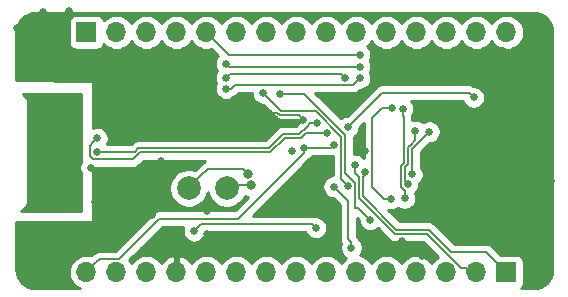
<source format=gbr>
G04 #@! TF.GenerationSoftware,KiCad,Pcbnew,(5.1.4)-1*
G04 #@! TF.CreationDate,2019-09-26T17:39:29-04:00*
G04 #@! TF.ProjectId,samd21-board,73616d64-3231-42d6-926f-6172642e6b69,rev?*
G04 #@! TF.SameCoordinates,Original*
G04 #@! TF.FileFunction,Copper,L2,Bot*
G04 #@! TF.FilePolarity,Positive*
%FSLAX46Y46*%
G04 Gerber Fmt 4.6, Leading zero omitted, Abs format (unit mm)*
G04 Created by KiCad (PCBNEW (5.1.4)-1) date 2019-09-26 17:39:29*
%MOMM*%
%LPD*%
G04 APERTURE LIST*
%ADD10C,2.000000*%
%ADD11O,1.700000X1.700000*%
%ADD12R,1.700000X1.700000*%
%ADD13C,0.660400*%
%ADD14C,0.800000*%
%ADD15C,0.152400*%
%ADD16C,0.254000*%
G04 APERTURE END LIST*
D10*
X72075040Y-90947240D03*
X68849240Y-90937080D03*
D11*
X95758000Y-77724000D03*
X93218000Y-77724000D03*
X90678000Y-77724000D03*
X88138000Y-77724000D03*
X85598000Y-77724000D03*
X83058000Y-77724000D03*
X80518000Y-77724000D03*
X77978000Y-77724000D03*
X75438000Y-77724000D03*
X72898000Y-77724000D03*
X70358000Y-77724000D03*
X67818000Y-77724000D03*
X65278000Y-77724000D03*
X62738000Y-77724000D03*
D12*
X60198000Y-77724000D03*
X95758000Y-98044000D03*
D11*
X93218000Y-98044000D03*
X90678000Y-98044000D03*
X88138000Y-98044000D03*
X85598000Y-98044000D03*
X83058000Y-98044000D03*
X80518000Y-98044000D03*
X77978000Y-98044000D03*
X75438000Y-98044000D03*
X72898000Y-98044000D03*
X70358000Y-98044000D03*
X67818000Y-98044000D03*
X65278000Y-98044000D03*
X62738000Y-98044000D03*
X60198000Y-98044000D03*
D13*
X69316600Y-94564200D03*
X79629000Y-94284800D03*
X54686200Y-96888300D03*
X83794600Y-87744300D03*
X78562200Y-85115400D03*
X71602600Y-85178900D03*
X73571100Y-85128100D03*
X67818000Y-96113600D03*
X66522600Y-90627200D03*
X66522600Y-88646000D03*
X63195200Y-82956400D03*
X63169800Y-85140800D03*
X64820800Y-84048600D03*
X67487800Y-84023200D03*
X67513200Y-85090000D03*
X80022000Y-91172600D03*
X60574400Y-89184000D03*
X70383400Y-92824300D03*
X70421500Y-94792800D03*
X67652900Y-86563200D03*
X90805000Y-91948000D03*
X88773000Y-91948000D03*
X65760600Y-93205300D03*
X93484700Y-92697300D03*
X86931500Y-95389700D03*
X97231200Y-80619600D03*
X97053400Y-88671400D03*
X81483200Y-96647000D03*
X87007700Y-96824800D03*
X84642960Y-82133440D03*
X77566520Y-87762080D03*
X67513200Y-82727800D03*
X75615800Y-84556600D03*
X87096600Y-81534000D03*
X89458800Y-79552800D03*
X98780600Y-83058000D03*
X98882200Y-86029800D03*
X98628200Y-91922600D03*
X97332800Y-95275400D03*
X72415400Y-83820000D03*
X64795400Y-80873600D03*
X95300800Y-84429600D03*
X98755200Y-77292200D03*
X99415600Y-95605600D03*
X94234000Y-90220800D03*
X89077800Y-81737200D03*
X87172800Y-79222600D03*
X84378800Y-96697800D03*
X66725800Y-95046800D03*
X64998600Y-96189800D03*
X92405200Y-95377000D03*
X88620600Y-96697800D03*
X96520000Y-90754200D03*
X98729800Y-98679000D03*
X58140600Y-96951800D03*
X61849000Y-95427800D03*
X56769000Y-98983800D03*
X84709000Y-80467200D03*
X95504000Y-79349600D03*
X62128400Y-89585800D03*
X62839600Y-91973400D03*
X61772800Y-93624400D03*
X60883800Y-92125800D03*
X70561200Y-91973400D03*
X63703200Y-93954600D03*
X56515000Y-96012000D03*
X60223400Y-95986600D03*
X70383400Y-96189800D03*
X99491800Y-90297000D03*
X94462600Y-76352400D03*
X91922600Y-76352400D03*
X89382600Y-76352400D03*
X86842600Y-76352400D03*
X84302600Y-76352400D03*
X81762600Y-76352400D03*
X79222600Y-76352400D03*
X76682600Y-76352400D03*
X74142600Y-76352400D03*
X71602600Y-76352400D03*
X69062600Y-76352400D03*
X66522600Y-76352400D03*
X63982600Y-76352400D03*
X78054200Y-91033600D03*
X80848200Y-89687400D03*
X78359000Y-89687400D03*
X56515000Y-76022200D03*
X70180200Y-80467200D03*
X69392800Y-81483200D03*
X69621400Y-86512400D03*
X58724800Y-75920600D03*
X54356000Y-77368400D03*
X56235600Y-77470000D03*
X62306200Y-79502000D03*
X58166000Y-79451200D03*
X60071000Y-79476600D03*
X58242200Y-77571600D03*
X81127600Y-90805000D03*
X82638900Y-95973900D03*
X75171300Y-82892900D03*
X82308700Y-90741500D03*
X84213700Y-93599000D03*
X76561950Y-82937350D03*
X86106000Y-84162900D03*
X85979000Y-91808300D03*
X86969600Y-84188300D03*
X87147400Y-91795600D03*
X88049100Y-86093300D03*
X87401400Y-90563700D03*
X89230200Y-86144100D03*
X87782400Y-89750900D03*
X83350100Y-80632300D03*
X72034400Y-80391000D03*
X72009000Y-82499200D03*
X83350100Y-81622900D03*
X83350100Y-79641700D03*
X72034400Y-81584800D03*
X82080100Y-81584800D03*
X83781900Y-89598500D03*
X82956400Y-88976200D03*
X61112400Y-86715600D03*
X80530700Y-86296500D03*
X79717900Y-85432900D03*
X61087000Y-87884000D03*
X81153000Y-87236300D03*
X78600300Y-87503000D03*
X92976700Y-83248500D03*
X82321400Y-85775800D03*
D14*
X73837800Y-89687400D03*
X74091800Y-90678000D03*
D13*
X56483400Y-87877800D03*
D15*
X79629000Y-94284800D02*
X79530599Y-94186399D01*
X79298801Y-93954601D02*
X79629000Y-94284800D01*
X69926199Y-93954601D02*
X79298801Y-93954601D01*
X69316600Y-94564200D02*
X69926199Y-93954601D01*
X87007700Y-95465900D02*
X86931500Y-95389700D01*
X87007700Y-96824800D02*
X87007700Y-95465900D01*
X78562200Y-85115400D02*
X78216110Y-84769310D01*
X78216110Y-84769310D02*
X76549327Y-84769310D01*
X76336617Y-84556600D02*
X75615800Y-84556600D01*
X76549327Y-84769310D02*
X76336617Y-84556600D01*
X82359500Y-92036900D02*
X81127600Y-90805000D01*
X82359500Y-95227527D02*
X82359500Y-92036900D01*
X82638900Y-95506927D02*
X82359500Y-95227527D01*
X82638900Y-95973900D02*
X82638900Y-95506927D01*
X76695300Y-84416900D02*
X75171300Y-82892900D01*
X79599374Y-84416900D02*
X76695300Y-84416900D01*
X81759401Y-86576927D02*
X81741437Y-86558963D01*
X81759401Y-90192201D02*
X81759401Y-86576927D01*
X82308700Y-90741500D02*
X81759401Y-90192201D01*
X81741437Y-86558963D02*
X79599374Y-84416900D01*
X76568300Y-82931000D02*
X78611857Y-82931000D01*
X82111811Y-86430955D02*
X82079528Y-86398672D01*
X82111811Y-89647137D02*
X82111811Y-86430955D01*
X78611857Y-82931000D02*
X82079528Y-86398672D01*
X84213700Y-93599000D02*
X83194501Y-92579801D01*
X83194501Y-92579801D02*
X82915101Y-92579801D01*
X82915101Y-92579801D02*
X82915101Y-90450427D01*
X82915101Y-90450427D02*
X82111811Y-89647137D01*
X85979000Y-84289900D02*
X86106000Y-84162900D01*
X85477302Y-84162900D02*
X86106000Y-84162900D01*
X85356700Y-91808300D02*
X84388301Y-90839901D01*
X85979000Y-91808300D02*
X85356700Y-91808300D01*
X84388301Y-90839901D02*
X84388301Y-89307427D01*
X84401001Y-89294727D02*
X84401001Y-84966199D01*
X84388301Y-89307427D02*
X84401001Y-89294727D01*
X85204300Y-84162900D02*
X85477302Y-84162900D01*
X84401001Y-84966199D02*
X85204300Y-84162900D01*
X87147400Y-91207174D02*
X86794999Y-90854773D01*
X87147400Y-91795600D02*
X87147400Y-91207174D01*
X86794999Y-90854773D02*
X86794999Y-89058818D01*
X86794999Y-89058818D02*
X87077580Y-88776238D01*
X87077580Y-88776238D02*
X87077580Y-84893180D01*
X86969600Y-84785200D02*
X86969600Y-84188300D01*
X87077580Y-84893180D02*
X86969600Y-84785200D01*
X87175999Y-89176201D02*
X87429990Y-88922210D01*
X87401400Y-90563700D02*
X87175999Y-90338299D01*
X87175999Y-90338299D02*
X87175999Y-89176201D01*
X87429990Y-87445927D02*
X87636428Y-87239490D01*
X87429990Y-88922210D02*
X87429990Y-87445927D01*
X88047559Y-86561814D02*
X88047559Y-86828359D01*
X88049100Y-86560273D02*
X88047559Y-86561814D01*
X88049100Y-86093300D02*
X88049100Y-86560273D01*
X87636428Y-87239490D02*
X88047559Y-86828359D01*
X87782400Y-87591900D02*
X89230200Y-86144100D01*
X87782400Y-89750900D02*
X87782400Y-87591900D01*
X72275700Y-80632300D02*
X72034400Y-80391000D01*
X83350100Y-80632300D02*
X72275700Y-80632300D01*
X83019901Y-81953099D02*
X83350100Y-81622900D01*
X82781799Y-82191201D02*
X83019901Y-81953099D01*
X72783972Y-82191201D02*
X82781799Y-82191201D01*
X72475973Y-82499200D02*
X72783972Y-82191201D01*
X72009000Y-82499200D02*
X72475973Y-82499200D01*
X72275700Y-79641700D02*
X70358000Y-77724000D01*
X83350100Y-79641700D02*
X72275700Y-79641700D01*
X81749901Y-81254601D02*
X82080100Y-81584800D01*
X72034400Y-81584800D02*
X72364599Y-81254601D01*
X72364599Y-81254601D02*
X81749901Y-81254601D01*
X83781900Y-89801700D02*
X83619921Y-89963679D01*
X83781900Y-89598500D02*
X83781900Y-89801700D01*
X83619921Y-89963679D02*
X83619921Y-91609365D01*
X95533753Y-97819754D02*
X95520745Y-98029271D01*
X83619921Y-91609365D02*
X86441445Y-94430889D01*
X89176172Y-94430889D02*
X89382609Y-94637327D01*
X86441445Y-94430889D02*
X89176172Y-94430889D01*
X89382609Y-94637327D02*
X91100182Y-96354900D01*
X94068900Y-96354900D02*
X95533753Y-97819754D01*
X91100182Y-96354900D02*
X94068900Y-96354900D01*
X92303600Y-97713800D02*
X92633800Y-98044000D01*
X92125800Y-97713800D02*
X92303600Y-97713800D01*
X92075000Y-97663000D02*
X92125800Y-97713800D01*
X91909900Y-97663000D02*
X92075000Y-97663000D01*
X89030199Y-94783299D02*
X91909900Y-97663000D01*
X83267511Y-91755337D02*
X86295473Y-94783299D01*
X92633800Y-98044000D02*
X93218000Y-98044000D01*
X86295473Y-94783299D02*
X89030199Y-94783299D01*
X82956400Y-89670474D02*
X83267511Y-89981585D01*
X83267511Y-89981585D02*
X83267511Y-91755337D01*
X82956400Y-88976200D02*
X82956400Y-89670474D01*
X78768482Y-86296500D02*
X78377973Y-86687010D01*
X60480599Y-87347401D02*
X60782201Y-87045799D01*
X60795927Y-88490401D02*
X60480599Y-88175073D01*
X64166681Y-88490401D02*
X60795927Y-88490401D01*
X64750872Y-87906210D02*
X64166681Y-88490401D01*
X75761773Y-87906210D02*
X64750872Y-87906210D01*
X60782201Y-87045799D02*
X61112400Y-86715600D01*
X76980972Y-86687010D02*
X75761773Y-87906210D01*
X60480599Y-88175073D02*
X60480599Y-87347401D01*
X78377973Y-86687010D02*
X76980972Y-86687010D01*
X80530700Y-86296500D02*
X78768482Y-86296500D01*
X79717900Y-85432900D02*
X79142174Y-85432900D01*
X64274700Y-87884000D02*
X64604900Y-87553800D01*
X61087000Y-87884000D02*
X64274700Y-87884000D01*
X78853273Y-85721801D02*
X78844799Y-85721801D01*
X79142174Y-85432900D02*
X78853273Y-85721801D01*
X78844799Y-85721801D02*
X78232000Y-86334600D01*
X76835000Y-86334600D02*
X75615800Y-87553800D01*
X78232000Y-86334600D02*
X76835000Y-86334600D01*
X64604900Y-87553800D02*
X75615800Y-87553800D01*
X80886300Y-87503000D02*
X81153000Y-87236300D01*
X78600300Y-87503000D02*
X80886300Y-87503000D01*
X92976700Y-83248500D02*
X92976700Y-83248500D01*
X61047999Y-97194001D02*
X60198000Y-98044000D01*
X61324201Y-96917799D02*
X61047999Y-97194001D01*
X62945575Y-96917799D02*
X61324201Y-96917799D01*
X66353274Y-93510100D02*
X62945575Y-96917799D01*
X73060173Y-93510100D02*
X66353274Y-93510100D01*
X78600300Y-87969973D02*
X73060173Y-93510100D01*
X78600300Y-87503000D02*
X78600300Y-87969973D01*
X92570300Y-82842100D02*
X92976700Y-83248500D01*
X82321400Y-85775800D02*
X85255100Y-82842100D01*
X85255100Y-82842100D02*
X92570300Y-82842100D01*
X69849239Y-89937081D02*
X68849240Y-90937080D01*
X70498919Y-89287401D02*
X69849239Y-89937081D01*
X73437801Y-89287401D02*
X70498919Y-89287401D01*
X73837800Y-89687400D02*
X73437801Y-89287401D01*
X72313800Y-91186000D02*
X72075040Y-90947240D01*
X72344280Y-90678000D02*
X72075040Y-90947240D01*
X74091800Y-90678000D02*
X72344280Y-90678000D01*
D16*
G36*
X70225438Y-88627159D02*
G01*
X70144555Y-88670392D01*
X70101886Y-88693199D01*
X70020727Y-88759804D01*
X70020723Y-88759808D01*
X69993592Y-88782074D01*
X69971326Y-88809205D01*
X69389416Y-89391117D01*
X69326152Y-89364912D01*
X69010273Y-89302080D01*
X68688207Y-89302080D01*
X68372328Y-89364912D01*
X68074777Y-89488162D01*
X67806988Y-89667093D01*
X67579253Y-89894828D01*
X67400322Y-90162617D01*
X67277072Y-90460168D01*
X67214240Y-90776047D01*
X67214240Y-91098113D01*
X67277072Y-91413992D01*
X67400322Y-91711543D01*
X67579253Y-91979332D01*
X67806988Y-92207067D01*
X68074777Y-92385998D01*
X68372328Y-92509248D01*
X68688207Y-92572080D01*
X69010273Y-92572080D01*
X69326152Y-92509248D01*
X69623703Y-92385998D01*
X69891492Y-92207067D01*
X70119227Y-91979332D01*
X70298158Y-91711543D01*
X70421408Y-91413992D01*
X70461130Y-91214298D01*
X70502872Y-91424152D01*
X70626122Y-91721703D01*
X70805053Y-91989492D01*
X71032788Y-92217227D01*
X71300577Y-92396158D01*
X71598128Y-92519408D01*
X71914007Y-92582240D01*
X72236073Y-92582240D01*
X72551952Y-92519408D01*
X72849503Y-92396158D01*
X73117292Y-92217227D01*
X73345027Y-91989492D01*
X73523958Y-91721703D01*
X73581816Y-91582023D01*
X73601544Y-91595205D01*
X73789902Y-91673226D01*
X73874443Y-91690042D01*
X72765586Y-92798900D01*
X66388199Y-92798900D01*
X66353273Y-92795460D01*
X66318347Y-92798900D01*
X66318338Y-92798900D01*
X66213854Y-92809191D01*
X66079793Y-92849858D01*
X65956241Y-92915898D01*
X65847947Y-93004773D01*
X65825677Y-93031909D01*
X62650988Y-96206599D01*
X61359129Y-96206599D01*
X61324201Y-96203159D01*
X61289272Y-96206599D01*
X61289265Y-96206599D01*
X61184781Y-96216890D01*
X61050719Y-96257557D01*
X60988944Y-96290577D01*
X60927168Y-96323597D01*
X60818874Y-96412472D01*
X60796603Y-96439609D01*
X60616947Y-96619266D01*
X60489111Y-96580487D01*
X60270950Y-96559000D01*
X60125050Y-96559000D01*
X59906889Y-96580487D01*
X59626966Y-96665401D01*
X59368986Y-96803294D01*
X59142866Y-96988866D01*
X58957294Y-97214986D01*
X58819401Y-97472966D01*
X58734487Y-97752889D01*
X58705815Y-98044000D01*
X58734487Y-98335111D01*
X58819401Y-98615034D01*
X58957294Y-98873014D01*
X59142866Y-99099134D01*
X59368986Y-99284706D01*
X59614620Y-99416000D01*
X55912279Y-99416000D01*
X55564791Y-99381928D01*
X55261583Y-99290384D01*
X54981937Y-99141693D01*
X54736495Y-98941516D01*
X54534608Y-98697476D01*
X54383969Y-98418875D01*
X54290310Y-98116313D01*
X54254000Y-97770842D01*
X54254000Y-93789500D01*
X60661550Y-93789500D01*
X60686326Y-93787060D01*
X60710151Y-93779833D01*
X60732107Y-93768097D01*
X60751353Y-93752303D01*
X60767147Y-93733057D01*
X60778883Y-93711101D01*
X60786110Y-93687276D01*
X60788548Y-93661808D01*
X60764257Y-89201922D01*
X60795926Y-89205041D01*
X60830852Y-89201601D01*
X64131755Y-89201601D01*
X64166681Y-89205041D01*
X64201607Y-89201601D01*
X64201617Y-89201601D01*
X64306101Y-89191310D01*
X64440162Y-89150643D01*
X64563714Y-89084603D01*
X64672008Y-88995728D01*
X64694282Y-88968587D01*
X65045460Y-88617410D01*
X70257576Y-88617410D01*
X70225438Y-88627159D01*
X70225438Y-88627159D01*
G37*
X70225438Y-88627159D02*
X70144555Y-88670392D01*
X70101886Y-88693199D01*
X70020727Y-88759804D01*
X70020723Y-88759808D01*
X69993592Y-88782074D01*
X69971326Y-88809205D01*
X69389416Y-89391117D01*
X69326152Y-89364912D01*
X69010273Y-89302080D01*
X68688207Y-89302080D01*
X68372328Y-89364912D01*
X68074777Y-89488162D01*
X67806988Y-89667093D01*
X67579253Y-89894828D01*
X67400322Y-90162617D01*
X67277072Y-90460168D01*
X67214240Y-90776047D01*
X67214240Y-91098113D01*
X67277072Y-91413992D01*
X67400322Y-91711543D01*
X67579253Y-91979332D01*
X67806988Y-92207067D01*
X68074777Y-92385998D01*
X68372328Y-92509248D01*
X68688207Y-92572080D01*
X69010273Y-92572080D01*
X69326152Y-92509248D01*
X69623703Y-92385998D01*
X69891492Y-92207067D01*
X70119227Y-91979332D01*
X70298158Y-91711543D01*
X70421408Y-91413992D01*
X70461130Y-91214298D01*
X70502872Y-91424152D01*
X70626122Y-91721703D01*
X70805053Y-91989492D01*
X71032788Y-92217227D01*
X71300577Y-92396158D01*
X71598128Y-92519408D01*
X71914007Y-92582240D01*
X72236073Y-92582240D01*
X72551952Y-92519408D01*
X72849503Y-92396158D01*
X73117292Y-92217227D01*
X73345027Y-91989492D01*
X73523958Y-91721703D01*
X73581816Y-91582023D01*
X73601544Y-91595205D01*
X73789902Y-91673226D01*
X73874443Y-91690042D01*
X72765586Y-92798900D01*
X66388199Y-92798900D01*
X66353273Y-92795460D01*
X66318347Y-92798900D01*
X66318338Y-92798900D01*
X66213854Y-92809191D01*
X66079793Y-92849858D01*
X65956241Y-92915898D01*
X65847947Y-93004773D01*
X65825677Y-93031909D01*
X62650988Y-96206599D01*
X61359129Y-96206599D01*
X61324201Y-96203159D01*
X61289272Y-96206599D01*
X61289265Y-96206599D01*
X61184781Y-96216890D01*
X61050719Y-96257557D01*
X60988944Y-96290577D01*
X60927168Y-96323597D01*
X60818874Y-96412472D01*
X60796603Y-96439609D01*
X60616947Y-96619266D01*
X60489111Y-96580487D01*
X60270950Y-96559000D01*
X60125050Y-96559000D01*
X59906889Y-96580487D01*
X59626966Y-96665401D01*
X59368986Y-96803294D01*
X59142866Y-96988866D01*
X58957294Y-97214986D01*
X58819401Y-97472966D01*
X58734487Y-97752889D01*
X58705815Y-98044000D01*
X58734487Y-98335111D01*
X58819401Y-98615034D01*
X58957294Y-98873014D01*
X59142866Y-99099134D01*
X59368986Y-99284706D01*
X59614620Y-99416000D01*
X55912279Y-99416000D01*
X55564791Y-99381928D01*
X55261583Y-99290384D01*
X54981937Y-99141693D01*
X54736495Y-98941516D01*
X54534608Y-98697476D01*
X54383969Y-98418875D01*
X54290310Y-98116313D01*
X54254000Y-97770842D01*
X54254000Y-93789500D01*
X60661550Y-93789500D01*
X60686326Y-93787060D01*
X60710151Y-93779833D01*
X60732107Y-93768097D01*
X60751353Y-93752303D01*
X60767147Y-93733057D01*
X60778883Y-93711101D01*
X60786110Y-93687276D01*
X60788548Y-93661808D01*
X60764257Y-89201922D01*
X60795926Y-89205041D01*
X60830852Y-89201601D01*
X64131755Y-89201601D01*
X64166681Y-89205041D01*
X64201607Y-89201601D01*
X64201617Y-89201601D01*
X64306101Y-89191310D01*
X64440162Y-89150643D01*
X64563714Y-89084603D01*
X64672008Y-88995728D01*
X64694282Y-88968587D01*
X65045460Y-88617410D01*
X70257576Y-88617410D01*
X70225438Y-88627159D01*
G36*
X98333810Y-76132072D02*
G01*
X98637013Y-76223614D01*
X98916664Y-76372307D01*
X99162105Y-76572484D01*
X99363991Y-76816521D01*
X99514631Y-77095125D01*
X99608290Y-77397688D01*
X99644601Y-77743167D01*
X99644600Y-97757721D01*
X99610528Y-98105209D01*
X99518984Y-98408417D01*
X99370293Y-98688063D01*
X99170116Y-98933505D01*
X98926076Y-99135392D01*
X98647475Y-99286031D01*
X98344913Y-99379690D01*
X97999442Y-99416000D01*
X96972896Y-99416000D01*
X97059185Y-99345185D01*
X97138537Y-99248494D01*
X97197502Y-99138180D01*
X97233812Y-99018482D01*
X97246072Y-98894000D01*
X97246072Y-97194000D01*
X97233812Y-97069518D01*
X97197502Y-96949820D01*
X97138537Y-96839506D01*
X97059185Y-96742815D01*
X96962494Y-96663463D01*
X96852180Y-96604498D01*
X96732482Y-96568188D01*
X96608000Y-96555928D01*
X95275716Y-96555928D01*
X94596497Y-95876709D01*
X94574227Y-95849573D01*
X94465933Y-95760698D01*
X94342381Y-95694658D01*
X94208320Y-95653991D01*
X94103836Y-95643700D01*
X94103826Y-95643700D01*
X94068900Y-95640260D01*
X94033972Y-95643700D01*
X91394770Y-95643700D01*
X89910212Y-94159143D01*
X89910208Y-94159138D01*
X89703769Y-93952698D01*
X89681499Y-93925562D01*
X89573205Y-93836687D01*
X89449653Y-93770647D01*
X89315592Y-93729980D01*
X89211108Y-93719689D01*
X89211099Y-93719689D01*
X89176173Y-93716249D01*
X89141245Y-93719689D01*
X86736034Y-93719689D01*
X85766481Y-92750137D01*
X85883936Y-92773500D01*
X86074064Y-92773500D01*
X86260538Y-92736408D01*
X86436194Y-92663649D01*
X86572703Y-92572436D01*
X86690206Y-92650949D01*
X86865862Y-92723708D01*
X87052336Y-92760800D01*
X87242464Y-92760800D01*
X87428938Y-92723708D01*
X87604594Y-92650949D01*
X87762679Y-92545320D01*
X87897120Y-92410879D01*
X88002749Y-92252794D01*
X88075508Y-92077138D01*
X88112600Y-91890664D01*
X88112600Y-91700536D01*
X88075508Y-91514062D01*
X88002749Y-91338406D01*
X87995507Y-91327567D01*
X88016679Y-91313420D01*
X88151120Y-91178979D01*
X88256749Y-91020894D01*
X88329508Y-90845238D01*
X88366600Y-90658764D01*
X88366600Y-90521386D01*
X88397679Y-90500620D01*
X88532120Y-90366179D01*
X88637749Y-90208094D01*
X88710508Y-90032438D01*
X88747600Y-89845964D01*
X88747600Y-89655836D01*
X88710508Y-89469362D01*
X88637749Y-89293706D01*
X88532120Y-89135621D01*
X88493600Y-89097101D01*
X88493600Y-87886487D01*
X89270788Y-87109300D01*
X89325264Y-87109300D01*
X89511738Y-87072208D01*
X89687394Y-86999449D01*
X89845479Y-86893820D01*
X89979920Y-86759379D01*
X90085549Y-86601294D01*
X90158308Y-86425638D01*
X90195400Y-86239164D01*
X90195400Y-86049036D01*
X90158308Y-85862562D01*
X90085549Y-85686906D01*
X89979920Y-85528821D01*
X89845479Y-85394380D01*
X89687394Y-85288751D01*
X89511738Y-85215992D01*
X89325264Y-85178900D01*
X89135136Y-85178900D01*
X88948662Y-85215992D01*
X88773006Y-85288751D01*
X88675021Y-85354222D01*
X88664379Y-85343580D01*
X88506294Y-85237951D01*
X88330638Y-85165192D01*
X88144164Y-85128100D01*
X87954036Y-85128100D01*
X87788780Y-85160971D01*
X87788780Y-84928108D01*
X87792220Y-84893180D01*
X87788780Y-84858252D01*
X87788780Y-84858244D01*
X87778489Y-84753760D01*
X87770408Y-84727120D01*
X87824949Y-84645494D01*
X87897708Y-84469838D01*
X87934800Y-84283364D01*
X87934800Y-84093236D01*
X87897708Y-83906762D01*
X87824949Y-83731106D01*
X87719320Y-83573021D01*
X87699599Y-83553300D01*
X92058227Y-83553300D01*
X92121351Y-83705694D01*
X92226980Y-83863779D01*
X92361421Y-83998220D01*
X92519506Y-84103849D01*
X92695162Y-84176608D01*
X92881636Y-84213700D01*
X93071764Y-84213700D01*
X93258238Y-84176608D01*
X93433894Y-84103849D01*
X93591979Y-83998220D01*
X93726420Y-83863779D01*
X93832049Y-83705694D01*
X93904808Y-83530038D01*
X93941900Y-83343564D01*
X93941900Y-83153436D01*
X93904808Y-82966962D01*
X93832049Y-82791306D01*
X93726420Y-82633221D01*
X93591979Y-82498780D01*
X93433894Y-82393151D01*
X93258238Y-82320392D01*
X93071764Y-82283300D01*
X93010470Y-82283300D01*
X92967333Y-82247898D01*
X92843781Y-82181858D01*
X92709720Y-82141191D01*
X92605236Y-82130900D01*
X92605226Y-82130900D01*
X92570300Y-82127460D01*
X92535374Y-82130900D01*
X85290025Y-82130900D01*
X85255099Y-82127460D01*
X85220173Y-82130900D01*
X85220164Y-82130900D01*
X85115680Y-82141191D01*
X84981619Y-82181858D01*
X84914635Y-82217662D01*
X84858067Y-82247898D01*
X84776908Y-82314503D01*
X84776904Y-82314507D01*
X84749773Y-82336773D01*
X84727507Y-82363904D01*
X82280813Y-84810600D01*
X82226336Y-84810600D01*
X82039862Y-84847692D01*
X81864206Y-84920451D01*
X81710079Y-85023435D01*
X79589045Y-82902401D01*
X82746873Y-82902401D01*
X82781799Y-82905841D01*
X82816725Y-82902401D01*
X82816735Y-82902401D01*
X82921219Y-82892110D01*
X83055280Y-82851443D01*
X83178832Y-82785403D01*
X83287126Y-82696528D01*
X83309401Y-82669386D01*
X83390687Y-82588100D01*
X83445164Y-82588100D01*
X83631638Y-82551008D01*
X83807294Y-82478249D01*
X83965379Y-82372620D01*
X84099820Y-82238179D01*
X84205449Y-82080094D01*
X84278208Y-81904438D01*
X84315300Y-81717964D01*
X84315300Y-81527836D01*
X84278208Y-81341362D01*
X84205449Y-81165706D01*
X84179987Y-81127600D01*
X84205449Y-81089494D01*
X84278208Y-80913838D01*
X84315300Y-80727364D01*
X84315300Y-80537236D01*
X84278208Y-80350762D01*
X84205449Y-80175106D01*
X84179987Y-80137000D01*
X84205449Y-80098894D01*
X84278208Y-79923238D01*
X84315300Y-79736764D01*
X84315300Y-79546636D01*
X84278208Y-79360162D01*
X84205449Y-79184506D01*
X84099820Y-79026421D01*
X83970000Y-78896601D01*
X84113134Y-78779134D01*
X84298706Y-78553014D01*
X84328000Y-78498209D01*
X84357294Y-78553014D01*
X84542866Y-78779134D01*
X84768986Y-78964706D01*
X85026966Y-79102599D01*
X85306889Y-79187513D01*
X85525050Y-79209000D01*
X85670950Y-79209000D01*
X85889111Y-79187513D01*
X86169034Y-79102599D01*
X86427014Y-78964706D01*
X86653134Y-78779134D01*
X86838706Y-78553014D01*
X86868000Y-78498209D01*
X86897294Y-78553014D01*
X87082866Y-78779134D01*
X87308986Y-78964706D01*
X87566966Y-79102599D01*
X87846889Y-79187513D01*
X88065050Y-79209000D01*
X88210950Y-79209000D01*
X88429111Y-79187513D01*
X88709034Y-79102599D01*
X88967014Y-78964706D01*
X89193134Y-78779134D01*
X89378706Y-78553014D01*
X89408000Y-78498209D01*
X89437294Y-78553014D01*
X89622866Y-78779134D01*
X89848986Y-78964706D01*
X90106966Y-79102599D01*
X90386889Y-79187513D01*
X90605050Y-79209000D01*
X90750950Y-79209000D01*
X90969111Y-79187513D01*
X91249034Y-79102599D01*
X91507014Y-78964706D01*
X91733134Y-78779134D01*
X91918706Y-78553014D01*
X91948000Y-78498209D01*
X91977294Y-78553014D01*
X92162866Y-78779134D01*
X92388986Y-78964706D01*
X92646966Y-79102599D01*
X92926889Y-79187513D01*
X93145050Y-79209000D01*
X93290950Y-79209000D01*
X93509111Y-79187513D01*
X93789034Y-79102599D01*
X94047014Y-78964706D01*
X94273134Y-78779134D01*
X94458706Y-78553014D01*
X94488000Y-78498209D01*
X94517294Y-78553014D01*
X94702866Y-78779134D01*
X94928986Y-78964706D01*
X95186966Y-79102599D01*
X95466889Y-79187513D01*
X95685050Y-79209000D01*
X95830950Y-79209000D01*
X96049111Y-79187513D01*
X96329034Y-79102599D01*
X96587014Y-78964706D01*
X96813134Y-78779134D01*
X96998706Y-78553014D01*
X97136599Y-78295034D01*
X97221513Y-78015111D01*
X97250185Y-77724000D01*
X97221513Y-77432889D01*
X97136599Y-77152966D01*
X96998706Y-76894986D01*
X96813134Y-76668866D01*
X96587014Y-76483294D01*
X96329034Y-76345401D01*
X96049111Y-76260487D01*
X95830950Y-76239000D01*
X95685050Y-76239000D01*
X95466889Y-76260487D01*
X95186966Y-76345401D01*
X94928986Y-76483294D01*
X94702866Y-76668866D01*
X94517294Y-76894986D01*
X94488000Y-76949791D01*
X94458706Y-76894986D01*
X94273134Y-76668866D01*
X94047014Y-76483294D01*
X93789034Y-76345401D01*
X93509111Y-76260487D01*
X93290950Y-76239000D01*
X93145050Y-76239000D01*
X92926889Y-76260487D01*
X92646966Y-76345401D01*
X92388986Y-76483294D01*
X92162866Y-76668866D01*
X91977294Y-76894986D01*
X91948000Y-76949791D01*
X91918706Y-76894986D01*
X91733134Y-76668866D01*
X91507014Y-76483294D01*
X91249034Y-76345401D01*
X90969111Y-76260487D01*
X90750950Y-76239000D01*
X90605050Y-76239000D01*
X90386889Y-76260487D01*
X90106966Y-76345401D01*
X89848986Y-76483294D01*
X89622866Y-76668866D01*
X89437294Y-76894986D01*
X89408000Y-76949791D01*
X89378706Y-76894986D01*
X89193134Y-76668866D01*
X88967014Y-76483294D01*
X88709034Y-76345401D01*
X88429111Y-76260487D01*
X88210950Y-76239000D01*
X88065050Y-76239000D01*
X87846889Y-76260487D01*
X87566966Y-76345401D01*
X87308986Y-76483294D01*
X87082866Y-76668866D01*
X86897294Y-76894986D01*
X86868000Y-76949791D01*
X86838706Y-76894986D01*
X86653134Y-76668866D01*
X86427014Y-76483294D01*
X86169034Y-76345401D01*
X85889111Y-76260487D01*
X85670950Y-76239000D01*
X85525050Y-76239000D01*
X85306889Y-76260487D01*
X85026966Y-76345401D01*
X84768986Y-76483294D01*
X84542866Y-76668866D01*
X84357294Y-76894986D01*
X84328000Y-76949791D01*
X84298706Y-76894986D01*
X84113134Y-76668866D01*
X83887014Y-76483294D01*
X83629034Y-76345401D01*
X83349111Y-76260487D01*
X83130950Y-76239000D01*
X82985050Y-76239000D01*
X82766889Y-76260487D01*
X82486966Y-76345401D01*
X82228986Y-76483294D01*
X82002866Y-76668866D01*
X81817294Y-76894986D01*
X81788000Y-76949791D01*
X81758706Y-76894986D01*
X81573134Y-76668866D01*
X81347014Y-76483294D01*
X81089034Y-76345401D01*
X80809111Y-76260487D01*
X80590950Y-76239000D01*
X80445050Y-76239000D01*
X80226889Y-76260487D01*
X79946966Y-76345401D01*
X79688986Y-76483294D01*
X79462866Y-76668866D01*
X79277294Y-76894986D01*
X79248000Y-76949791D01*
X79218706Y-76894986D01*
X79033134Y-76668866D01*
X78807014Y-76483294D01*
X78549034Y-76345401D01*
X78269111Y-76260487D01*
X78050950Y-76239000D01*
X77905050Y-76239000D01*
X77686889Y-76260487D01*
X77406966Y-76345401D01*
X77148986Y-76483294D01*
X76922866Y-76668866D01*
X76737294Y-76894986D01*
X76708000Y-76949791D01*
X76678706Y-76894986D01*
X76493134Y-76668866D01*
X76267014Y-76483294D01*
X76009034Y-76345401D01*
X75729111Y-76260487D01*
X75510950Y-76239000D01*
X75365050Y-76239000D01*
X75146889Y-76260487D01*
X74866966Y-76345401D01*
X74608986Y-76483294D01*
X74382866Y-76668866D01*
X74197294Y-76894986D01*
X74168000Y-76949791D01*
X74138706Y-76894986D01*
X73953134Y-76668866D01*
X73727014Y-76483294D01*
X73469034Y-76345401D01*
X73189111Y-76260487D01*
X72970950Y-76239000D01*
X72825050Y-76239000D01*
X72606889Y-76260487D01*
X72326966Y-76345401D01*
X72068986Y-76483294D01*
X71842866Y-76668866D01*
X71657294Y-76894986D01*
X71628000Y-76949791D01*
X71598706Y-76894986D01*
X71413134Y-76668866D01*
X71187014Y-76483294D01*
X70929034Y-76345401D01*
X70649111Y-76260487D01*
X70430950Y-76239000D01*
X70285050Y-76239000D01*
X70066889Y-76260487D01*
X69786966Y-76345401D01*
X69528986Y-76483294D01*
X69302866Y-76668866D01*
X69117294Y-76894986D01*
X69088000Y-76949791D01*
X69058706Y-76894986D01*
X68873134Y-76668866D01*
X68647014Y-76483294D01*
X68389034Y-76345401D01*
X68109111Y-76260487D01*
X67890950Y-76239000D01*
X67745050Y-76239000D01*
X67526889Y-76260487D01*
X67246966Y-76345401D01*
X66988986Y-76483294D01*
X66762866Y-76668866D01*
X66577294Y-76894986D01*
X66548000Y-76949791D01*
X66518706Y-76894986D01*
X66333134Y-76668866D01*
X66107014Y-76483294D01*
X65849034Y-76345401D01*
X65569111Y-76260487D01*
X65350950Y-76239000D01*
X65205050Y-76239000D01*
X64986889Y-76260487D01*
X64706966Y-76345401D01*
X64448986Y-76483294D01*
X64222866Y-76668866D01*
X64037294Y-76894986D01*
X64008000Y-76949791D01*
X63978706Y-76894986D01*
X63793134Y-76668866D01*
X63567014Y-76483294D01*
X63309034Y-76345401D01*
X63029111Y-76260487D01*
X62810950Y-76239000D01*
X62665050Y-76239000D01*
X62446889Y-76260487D01*
X62166966Y-76345401D01*
X61908986Y-76483294D01*
X61682866Y-76668866D01*
X61658393Y-76698687D01*
X61637502Y-76629820D01*
X61578537Y-76519506D01*
X61499185Y-76422815D01*
X61402494Y-76343463D01*
X61292180Y-76284498D01*
X61172482Y-76248188D01*
X61048000Y-76235928D01*
X59348000Y-76235928D01*
X59223518Y-76248188D01*
X59103820Y-76284498D01*
X58993506Y-76343463D01*
X58896815Y-76422815D01*
X58817463Y-76519506D01*
X58758498Y-76629820D01*
X58722188Y-76749518D01*
X58709928Y-76874000D01*
X58709928Y-78574000D01*
X58722188Y-78698482D01*
X58758498Y-78818180D01*
X58817463Y-78928494D01*
X58896815Y-79025185D01*
X58993506Y-79104537D01*
X59103820Y-79163502D01*
X59223518Y-79199812D01*
X59348000Y-79212072D01*
X61048000Y-79212072D01*
X61172482Y-79199812D01*
X61292180Y-79163502D01*
X61402494Y-79104537D01*
X61499185Y-79025185D01*
X61578537Y-78928494D01*
X61637502Y-78818180D01*
X61658393Y-78749313D01*
X61682866Y-78779134D01*
X61908986Y-78964706D01*
X62166966Y-79102599D01*
X62446889Y-79187513D01*
X62665050Y-79209000D01*
X62810950Y-79209000D01*
X63029111Y-79187513D01*
X63309034Y-79102599D01*
X63567014Y-78964706D01*
X63793134Y-78779134D01*
X63978706Y-78553014D01*
X64008000Y-78498209D01*
X64037294Y-78553014D01*
X64222866Y-78779134D01*
X64448986Y-78964706D01*
X64706966Y-79102599D01*
X64986889Y-79187513D01*
X65205050Y-79209000D01*
X65350950Y-79209000D01*
X65569111Y-79187513D01*
X65849034Y-79102599D01*
X66107014Y-78964706D01*
X66333134Y-78779134D01*
X66518706Y-78553014D01*
X66548000Y-78498209D01*
X66577294Y-78553014D01*
X66762866Y-78779134D01*
X66988986Y-78964706D01*
X67246966Y-79102599D01*
X67526889Y-79187513D01*
X67745050Y-79209000D01*
X67890950Y-79209000D01*
X68109111Y-79187513D01*
X68389034Y-79102599D01*
X68647014Y-78964706D01*
X68873134Y-78779134D01*
X69058706Y-78553014D01*
X69088000Y-78498209D01*
X69117294Y-78553014D01*
X69302866Y-78779134D01*
X69528986Y-78964706D01*
X69786966Y-79102599D01*
X70066889Y-79187513D01*
X70285050Y-79209000D01*
X70430950Y-79209000D01*
X70649111Y-79187513D01*
X70776946Y-79148734D01*
X71344306Y-79716095D01*
X71284680Y-79775721D01*
X71179051Y-79933806D01*
X71106292Y-80109462D01*
X71069200Y-80295936D01*
X71069200Y-80486064D01*
X71106292Y-80672538D01*
X71179051Y-80848194D01*
X71272400Y-80987900D01*
X71179051Y-81127606D01*
X71106292Y-81303262D01*
X71069200Y-81489736D01*
X71069200Y-81679864D01*
X71106292Y-81866338D01*
X71169334Y-82018535D01*
X71153651Y-82042006D01*
X71080892Y-82217662D01*
X71043800Y-82404136D01*
X71043800Y-82594264D01*
X71080892Y-82780738D01*
X71153651Y-82956394D01*
X71259280Y-83114479D01*
X71393721Y-83248920D01*
X71551806Y-83354549D01*
X71727462Y-83427308D01*
X71913936Y-83464400D01*
X72104064Y-83464400D01*
X72290538Y-83427308D01*
X72466194Y-83354549D01*
X72624279Y-83248920D01*
X72698213Y-83174986D01*
X72749454Y-83159442D01*
X72873006Y-83093402D01*
X72981300Y-83004527D01*
X73003574Y-82977386D01*
X73078559Y-82902401D01*
X74206100Y-82902401D01*
X74206100Y-82987964D01*
X74243192Y-83174438D01*
X74315951Y-83350094D01*
X74421580Y-83508179D01*
X74556021Y-83642620D01*
X74714106Y-83748249D01*
X74889762Y-83821008D01*
X75076236Y-83858100D01*
X75130712Y-83858100D01*
X76167707Y-84895096D01*
X76189973Y-84922227D01*
X76217104Y-84944493D01*
X76217108Y-84944497D01*
X76298266Y-85011102D01*
X76338485Y-85032599D01*
X76421819Y-85077142D01*
X76555880Y-85117809D01*
X76660364Y-85128100D01*
X76660381Y-85128100D01*
X76695299Y-85131539D01*
X76730217Y-85128100D01*
X78441187Y-85128100D01*
X78413872Y-85155415D01*
X78366608Y-85194203D01*
X78366603Y-85194208D01*
X78339472Y-85216474D01*
X78317206Y-85243605D01*
X77937412Y-85623400D01*
X76869925Y-85623400D01*
X76834999Y-85619960D01*
X76800073Y-85623400D01*
X76800064Y-85623400D01*
X76695580Y-85633691D01*
X76561519Y-85674358D01*
X76437967Y-85740398D01*
X76329673Y-85829273D01*
X76307403Y-85856409D01*
X75321213Y-86842600D01*
X64639825Y-86842600D01*
X64604899Y-86839160D01*
X64569973Y-86842600D01*
X64569964Y-86842600D01*
X64465480Y-86852891D01*
X64331419Y-86893558D01*
X64207867Y-86959598D01*
X64099573Y-87048473D01*
X64077302Y-87075610D01*
X63980112Y-87172800D01*
X61967745Y-87172800D01*
X61967749Y-87172794D01*
X62040508Y-86997138D01*
X62077600Y-86810664D01*
X62077600Y-86620536D01*
X62040508Y-86434062D01*
X61967749Y-86258406D01*
X61862120Y-86100321D01*
X61727679Y-85965880D01*
X61569594Y-85860251D01*
X61393938Y-85787492D01*
X61207464Y-85750400D01*
X61017336Y-85750400D01*
X60830862Y-85787492D01*
X60745851Y-85822705D01*
X60725048Y-82003208D01*
X60722473Y-81978445D01*
X60715116Y-81954661D01*
X60703261Y-81932768D01*
X60687362Y-81913610D01*
X60668031Y-81897921D01*
X60646011Y-81886304D01*
X60622148Y-81879207D01*
X60599439Y-81876908D01*
X54254000Y-81807496D01*
X54254000Y-77756279D01*
X54288072Y-77408790D01*
X54379614Y-77105587D01*
X54528307Y-76825936D01*
X54728484Y-76580495D01*
X54972521Y-76378609D01*
X55251125Y-76227969D01*
X55553688Y-76134310D01*
X55899158Y-76098000D01*
X97986321Y-76098000D01*
X98333810Y-76132072D01*
X98333810Y-76132072D01*
G37*
X98333810Y-76132072D02*
X98637013Y-76223614D01*
X98916664Y-76372307D01*
X99162105Y-76572484D01*
X99363991Y-76816521D01*
X99514631Y-77095125D01*
X99608290Y-77397688D01*
X99644601Y-77743167D01*
X99644600Y-97757721D01*
X99610528Y-98105209D01*
X99518984Y-98408417D01*
X99370293Y-98688063D01*
X99170116Y-98933505D01*
X98926076Y-99135392D01*
X98647475Y-99286031D01*
X98344913Y-99379690D01*
X97999442Y-99416000D01*
X96972896Y-99416000D01*
X97059185Y-99345185D01*
X97138537Y-99248494D01*
X97197502Y-99138180D01*
X97233812Y-99018482D01*
X97246072Y-98894000D01*
X97246072Y-97194000D01*
X97233812Y-97069518D01*
X97197502Y-96949820D01*
X97138537Y-96839506D01*
X97059185Y-96742815D01*
X96962494Y-96663463D01*
X96852180Y-96604498D01*
X96732482Y-96568188D01*
X96608000Y-96555928D01*
X95275716Y-96555928D01*
X94596497Y-95876709D01*
X94574227Y-95849573D01*
X94465933Y-95760698D01*
X94342381Y-95694658D01*
X94208320Y-95653991D01*
X94103836Y-95643700D01*
X94103826Y-95643700D01*
X94068900Y-95640260D01*
X94033972Y-95643700D01*
X91394770Y-95643700D01*
X89910212Y-94159143D01*
X89910208Y-94159138D01*
X89703769Y-93952698D01*
X89681499Y-93925562D01*
X89573205Y-93836687D01*
X89449653Y-93770647D01*
X89315592Y-93729980D01*
X89211108Y-93719689D01*
X89211099Y-93719689D01*
X89176173Y-93716249D01*
X89141245Y-93719689D01*
X86736034Y-93719689D01*
X85766481Y-92750137D01*
X85883936Y-92773500D01*
X86074064Y-92773500D01*
X86260538Y-92736408D01*
X86436194Y-92663649D01*
X86572703Y-92572436D01*
X86690206Y-92650949D01*
X86865862Y-92723708D01*
X87052336Y-92760800D01*
X87242464Y-92760800D01*
X87428938Y-92723708D01*
X87604594Y-92650949D01*
X87762679Y-92545320D01*
X87897120Y-92410879D01*
X88002749Y-92252794D01*
X88075508Y-92077138D01*
X88112600Y-91890664D01*
X88112600Y-91700536D01*
X88075508Y-91514062D01*
X88002749Y-91338406D01*
X87995507Y-91327567D01*
X88016679Y-91313420D01*
X88151120Y-91178979D01*
X88256749Y-91020894D01*
X88329508Y-90845238D01*
X88366600Y-90658764D01*
X88366600Y-90521386D01*
X88397679Y-90500620D01*
X88532120Y-90366179D01*
X88637749Y-90208094D01*
X88710508Y-90032438D01*
X88747600Y-89845964D01*
X88747600Y-89655836D01*
X88710508Y-89469362D01*
X88637749Y-89293706D01*
X88532120Y-89135621D01*
X88493600Y-89097101D01*
X88493600Y-87886487D01*
X89270788Y-87109300D01*
X89325264Y-87109300D01*
X89511738Y-87072208D01*
X89687394Y-86999449D01*
X89845479Y-86893820D01*
X89979920Y-86759379D01*
X90085549Y-86601294D01*
X90158308Y-86425638D01*
X90195400Y-86239164D01*
X90195400Y-86049036D01*
X90158308Y-85862562D01*
X90085549Y-85686906D01*
X89979920Y-85528821D01*
X89845479Y-85394380D01*
X89687394Y-85288751D01*
X89511738Y-85215992D01*
X89325264Y-85178900D01*
X89135136Y-85178900D01*
X88948662Y-85215992D01*
X88773006Y-85288751D01*
X88675021Y-85354222D01*
X88664379Y-85343580D01*
X88506294Y-85237951D01*
X88330638Y-85165192D01*
X88144164Y-85128100D01*
X87954036Y-85128100D01*
X87788780Y-85160971D01*
X87788780Y-84928108D01*
X87792220Y-84893180D01*
X87788780Y-84858252D01*
X87788780Y-84858244D01*
X87778489Y-84753760D01*
X87770408Y-84727120D01*
X87824949Y-84645494D01*
X87897708Y-84469838D01*
X87934800Y-84283364D01*
X87934800Y-84093236D01*
X87897708Y-83906762D01*
X87824949Y-83731106D01*
X87719320Y-83573021D01*
X87699599Y-83553300D01*
X92058227Y-83553300D01*
X92121351Y-83705694D01*
X92226980Y-83863779D01*
X92361421Y-83998220D01*
X92519506Y-84103849D01*
X92695162Y-84176608D01*
X92881636Y-84213700D01*
X93071764Y-84213700D01*
X93258238Y-84176608D01*
X93433894Y-84103849D01*
X93591979Y-83998220D01*
X93726420Y-83863779D01*
X93832049Y-83705694D01*
X93904808Y-83530038D01*
X93941900Y-83343564D01*
X93941900Y-83153436D01*
X93904808Y-82966962D01*
X93832049Y-82791306D01*
X93726420Y-82633221D01*
X93591979Y-82498780D01*
X93433894Y-82393151D01*
X93258238Y-82320392D01*
X93071764Y-82283300D01*
X93010470Y-82283300D01*
X92967333Y-82247898D01*
X92843781Y-82181858D01*
X92709720Y-82141191D01*
X92605236Y-82130900D01*
X92605226Y-82130900D01*
X92570300Y-82127460D01*
X92535374Y-82130900D01*
X85290025Y-82130900D01*
X85255099Y-82127460D01*
X85220173Y-82130900D01*
X85220164Y-82130900D01*
X85115680Y-82141191D01*
X84981619Y-82181858D01*
X84914635Y-82217662D01*
X84858067Y-82247898D01*
X84776908Y-82314503D01*
X84776904Y-82314507D01*
X84749773Y-82336773D01*
X84727507Y-82363904D01*
X82280813Y-84810600D01*
X82226336Y-84810600D01*
X82039862Y-84847692D01*
X81864206Y-84920451D01*
X81710079Y-85023435D01*
X79589045Y-82902401D01*
X82746873Y-82902401D01*
X82781799Y-82905841D01*
X82816725Y-82902401D01*
X82816735Y-82902401D01*
X82921219Y-82892110D01*
X83055280Y-82851443D01*
X83178832Y-82785403D01*
X83287126Y-82696528D01*
X83309401Y-82669386D01*
X83390687Y-82588100D01*
X83445164Y-82588100D01*
X83631638Y-82551008D01*
X83807294Y-82478249D01*
X83965379Y-82372620D01*
X84099820Y-82238179D01*
X84205449Y-82080094D01*
X84278208Y-81904438D01*
X84315300Y-81717964D01*
X84315300Y-81527836D01*
X84278208Y-81341362D01*
X84205449Y-81165706D01*
X84179987Y-81127600D01*
X84205449Y-81089494D01*
X84278208Y-80913838D01*
X84315300Y-80727364D01*
X84315300Y-80537236D01*
X84278208Y-80350762D01*
X84205449Y-80175106D01*
X84179987Y-80137000D01*
X84205449Y-80098894D01*
X84278208Y-79923238D01*
X84315300Y-79736764D01*
X84315300Y-79546636D01*
X84278208Y-79360162D01*
X84205449Y-79184506D01*
X84099820Y-79026421D01*
X83970000Y-78896601D01*
X84113134Y-78779134D01*
X84298706Y-78553014D01*
X84328000Y-78498209D01*
X84357294Y-78553014D01*
X84542866Y-78779134D01*
X84768986Y-78964706D01*
X85026966Y-79102599D01*
X85306889Y-79187513D01*
X85525050Y-79209000D01*
X85670950Y-79209000D01*
X85889111Y-79187513D01*
X86169034Y-79102599D01*
X86427014Y-78964706D01*
X86653134Y-78779134D01*
X86838706Y-78553014D01*
X86868000Y-78498209D01*
X86897294Y-78553014D01*
X87082866Y-78779134D01*
X87308986Y-78964706D01*
X87566966Y-79102599D01*
X87846889Y-79187513D01*
X88065050Y-79209000D01*
X88210950Y-79209000D01*
X88429111Y-79187513D01*
X88709034Y-79102599D01*
X88967014Y-78964706D01*
X89193134Y-78779134D01*
X89378706Y-78553014D01*
X89408000Y-78498209D01*
X89437294Y-78553014D01*
X89622866Y-78779134D01*
X89848986Y-78964706D01*
X90106966Y-79102599D01*
X90386889Y-79187513D01*
X90605050Y-79209000D01*
X90750950Y-79209000D01*
X90969111Y-79187513D01*
X91249034Y-79102599D01*
X91507014Y-78964706D01*
X91733134Y-78779134D01*
X91918706Y-78553014D01*
X91948000Y-78498209D01*
X91977294Y-78553014D01*
X92162866Y-78779134D01*
X92388986Y-78964706D01*
X92646966Y-79102599D01*
X92926889Y-79187513D01*
X93145050Y-79209000D01*
X93290950Y-79209000D01*
X93509111Y-79187513D01*
X93789034Y-79102599D01*
X94047014Y-78964706D01*
X94273134Y-78779134D01*
X94458706Y-78553014D01*
X94488000Y-78498209D01*
X94517294Y-78553014D01*
X94702866Y-78779134D01*
X94928986Y-78964706D01*
X95186966Y-79102599D01*
X95466889Y-79187513D01*
X95685050Y-79209000D01*
X95830950Y-79209000D01*
X96049111Y-79187513D01*
X96329034Y-79102599D01*
X96587014Y-78964706D01*
X96813134Y-78779134D01*
X96998706Y-78553014D01*
X97136599Y-78295034D01*
X97221513Y-78015111D01*
X97250185Y-77724000D01*
X97221513Y-77432889D01*
X97136599Y-77152966D01*
X96998706Y-76894986D01*
X96813134Y-76668866D01*
X96587014Y-76483294D01*
X96329034Y-76345401D01*
X96049111Y-76260487D01*
X95830950Y-76239000D01*
X95685050Y-76239000D01*
X95466889Y-76260487D01*
X95186966Y-76345401D01*
X94928986Y-76483294D01*
X94702866Y-76668866D01*
X94517294Y-76894986D01*
X94488000Y-76949791D01*
X94458706Y-76894986D01*
X94273134Y-76668866D01*
X94047014Y-76483294D01*
X93789034Y-76345401D01*
X93509111Y-76260487D01*
X93290950Y-76239000D01*
X93145050Y-76239000D01*
X92926889Y-76260487D01*
X92646966Y-76345401D01*
X92388986Y-76483294D01*
X92162866Y-76668866D01*
X91977294Y-76894986D01*
X91948000Y-76949791D01*
X91918706Y-76894986D01*
X91733134Y-76668866D01*
X91507014Y-76483294D01*
X91249034Y-76345401D01*
X90969111Y-76260487D01*
X90750950Y-76239000D01*
X90605050Y-76239000D01*
X90386889Y-76260487D01*
X90106966Y-76345401D01*
X89848986Y-76483294D01*
X89622866Y-76668866D01*
X89437294Y-76894986D01*
X89408000Y-76949791D01*
X89378706Y-76894986D01*
X89193134Y-76668866D01*
X88967014Y-76483294D01*
X88709034Y-76345401D01*
X88429111Y-76260487D01*
X88210950Y-76239000D01*
X88065050Y-76239000D01*
X87846889Y-76260487D01*
X87566966Y-76345401D01*
X87308986Y-76483294D01*
X87082866Y-76668866D01*
X86897294Y-76894986D01*
X86868000Y-76949791D01*
X86838706Y-76894986D01*
X86653134Y-76668866D01*
X86427014Y-76483294D01*
X86169034Y-76345401D01*
X85889111Y-76260487D01*
X85670950Y-76239000D01*
X85525050Y-76239000D01*
X85306889Y-76260487D01*
X85026966Y-76345401D01*
X84768986Y-76483294D01*
X84542866Y-76668866D01*
X84357294Y-76894986D01*
X84328000Y-76949791D01*
X84298706Y-76894986D01*
X84113134Y-76668866D01*
X83887014Y-76483294D01*
X83629034Y-76345401D01*
X83349111Y-76260487D01*
X83130950Y-76239000D01*
X82985050Y-76239000D01*
X82766889Y-76260487D01*
X82486966Y-76345401D01*
X82228986Y-76483294D01*
X82002866Y-76668866D01*
X81817294Y-76894986D01*
X81788000Y-76949791D01*
X81758706Y-76894986D01*
X81573134Y-76668866D01*
X81347014Y-76483294D01*
X81089034Y-76345401D01*
X80809111Y-76260487D01*
X80590950Y-76239000D01*
X80445050Y-76239000D01*
X80226889Y-76260487D01*
X79946966Y-76345401D01*
X79688986Y-76483294D01*
X79462866Y-76668866D01*
X79277294Y-76894986D01*
X79248000Y-76949791D01*
X79218706Y-76894986D01*
X79033134Y-76668866D01*
X78807014Y-76483294D01*
X78549034Y-76345401D01*
X78269111Y-76260487D01*
X78050950Y-76239000D01*
X77905050Y-76239000D01*
X77686889Y-76260487D01*
X77406966Y-76345401D01*
X77148986Y-76483294D01*
X76922866Y-76668866D01*
X76737294Y-76894986D01*
X76708000Y-76949791D01*
X76678706Y-76894986D01*
X76493134Y-76668866D01*
X76267014Y-76483294D01*
X76009034Y-76345401D01*
X75729111Y-76260487D01*
X75510950Y-76239000D01*
X75365050Y-76239000D01*
X75146889Y-76260487D01*
X74866966Y-76345401D01*
X74608986Y-76483294D01*
X74382866Y-76668866D01*
X74197294Y-76894986D01*
X74168000Y-76949791D01*
X74138706Y-76894986D01*
X73953134Y-76668866D01*
X73727014Y-76483294D01*
X73469034Y-76345401D01*
X73189111Y-76260487D01*
X72970950Y-76239000D01*
X72825050Y-76239000D01*
X72606889Y-76260487D01*
X72326966Y-76345401D01*
X72068986Y-76483294D01*
X71842866Y-76668866D01*
X71657294Y-76894986D01*
X71628000Y-76949791D01*
X71598706Y-76894986D01*
X71413134Y-76668866D01*
X71187014Y-76483294D01*
X70929034Y-76345401D01*
X70649111Y-76260487D01*
X70430950Y-76239000D01*
X70285050Y-76239000D01*
X70066889Y-76260487D01*
X69786966Y-76345401D01*
X69528986Y-76483294D01*
X69302866Y-76668866D01*
X69117294Y-76894986D01*
X69088000Y-76949791D01*
X69058706Y-76894986D01*
X68873134Y-76668866D01*
X68647014Y-76483294D01*
X68389034Y-76345401D01*
X68109111Y-76260487D01*
X67890950Y-76239000D01*
X67745050Y-76239000D01*
X67526889Y-76260487D01*
X67246966Y-76345401D01*
X66988986Y-76483294D01*
X66762866Y-76668866D01*
X66577294Y-76894986D01*
X66548000Y-76949791D01*
X66518706Y-76894986D01*
X66333134Y-76668866D01*
X66107014Y-76483294D01*
X65849034Y-76345401D01*
X65569111Y-76260487D01*
X65350950Y-76239000D01*
X65205050Y-76239000D01*
X64986889Y-76260487D01*
X64706966Y-76345401D01*
X64448986Y-76483294D01*
X64222866Y-76668866D01*
X64037294Y-76894986D01*
X64008000Y-76949791D01*
X63978706Y-76894986D01*
X63793134Y-76668866D01*
X63567014Y-76483294D01*
X63309034Y-76345401D01*
X63029111Y-76260487D01*
X62810950Y-76239000D01*
X62665050Y-76239000D01*
X62446889Y-76260487D01*
X62166966Y-76345401D01*
X61908986Y-76483294D01*
X61682866Y-76668866D01*
X61658393Y-76698687D01*
X61637502Y-76629820D01*
X61578537Y-76519506D01*
X61499185Y-76422815D01*
X61402494Y-76343463D01*
X61292180Y-76284498D01*
X61172482Y-76248188D01*
X61048000Y-76235928D01*
X59348000Y-76235928D01*
X59223518Y-76248188D01*
X59103820Y-76284498D01*
X58993506Y-76343463D01*
X58896815Y-76422815D01*
X58817463Y-76519506D01*
X58758498Y-76629820D01*
X58722188Y-76749518D01*
X58709928Y-76874000D01*
X58709928Y-78574000D01*
X58722188Y-78698482D01*
X58758498Y-78818180D01*
X58817463Y-78928494D01*
X58896815Y-79025185D01*
X58993506Y-79104537D01*
X59103820Y-79163502D01*
X59223518Y-79199812D01*
X59348000Y-79212072D01*
X61048000Y-79212072D01*
X61172482Y-79199812D01*
X61292180Y-79163502D01*
X61402494Y-79104537D01*
X61499185Y-79025185D01*
X61578537Y-78928494D01*
X61637502Y-78818180D01*
X61658393Y-78749313D01*
X61682866Y-78779134D01*
X61908986Y-78964706D01*
X62166966Y-79102599D01*
X62446889Y-79187513D01*
X62665050Y-79209000D01*
X62810950Y-79209000D01*
X63029111Y-79187513D01*
X63309034Y-79102599D01*
X63567014Y-78964706D01*
X63793134Y-78779134D01*
X63978706Y-78553014D01*
X64008000Y-78498209D01*
X64037294Y-78553014D01*
X64222866Y-78779134D01*
X64448986Y-78964706D01*
X64706966Y-79102599D01*
X64986889Y-79187513D01*
X65205050Y-79209000D01*
X65350950Y-79209000D01*
X65569111Y-79187513D01*
X65849034Y-79102599D01*
X66107014Y-78964706D01*
X66333134Y-78779134D01*
X66518706Y-78553014D01*
X66548000Y-78498209D01*
X66577294Y-78553014D01*
X66762866Y-78779134D01*
X66988986Y-78964706D01*
X67246966Y-79102599D01*
X67526889Y-79187513D01*
X67745050Y-79209000D01*
X67890950Y-79209000D01*
X68109111Y-79187513D01*
X68389034Y-79102599D01*
X68647014Y-78964706D01*
X68873134Y-78779134D01*
X69058706Y-78553014D01*
X69088000Y-78498209D01*
X69117294Y-78553014D01*
X69302866Y-78779134D01*
X69528986Y-78964706D01*
X69786966Y-79102599D01*
X70066889Y-79187513D01*
X70285050Y-79209000D01*
X70430950Y-79209000D01*
X70649111Y-79187513D01*
X70776946Y-79148734D01*
X71344306Y-79716095D01*
X71284680Y-79775721D01*
X71179051Y-79933806D01*
X71106292Y-80109462D01*
X71069200Y-80295936D01*
X71069200Y-80486064D01*
X71106292Y-80672538D01*
X71179051Y-80848194D01*
X71272400Y-80987900D01*
X71179051Y-81127606D01*
X71106292Y-81303262D01*
X71069200Y-81489736D01*
X71069200Y-81679864D01*
X71106292Y-81866338D01*
X71169334Y-82018535D01*
X71153651Y-82042006D01*
X71080892Y-82217662D01*
X71043800Y-82404136D01*
X71043800Y-82594264D01*
X71080892Y-82780738D01*
X71153651Y-82956394D01*
X71259280Y-83114479D01*
X71393721Y-83248920D01*
X71551806Y-83354549D01*
X71727462Y-83427308D01*
X71913936Y-83464400D01*
X72104064Y-83464400D01*
X72290538Y-83427308D01*
X72466194Y-83354549D01*
X72624279Y-83248920D01*
X72698213Y-83174986D01*
X72749454Y-83159442D01*
X72873006Y-83093402D01*
X72981300Y-83004527D01*
X73003574Y-82977386D01*
X73078559Y-82902401D01*
X74206100Y-82902401D01*
X74206100Y-82987964D01*
X74243192Y-83174438D01*
X74315951Y-83350094D01*
X74421580Y-83508179D01*
X74556021Y-83642620D01*
X74714106Y-83748249D01*
X74889762Y-83821008D01*
X75076236Y-83858100D01*
X75130712Y-83858100D01*
X76167707Y-84895096D01*
X76189973Y-84922227D01*
X76217104Y-84944493D01*
X76217108Y-84944497D01*
X76298266Y-85011102D01*
X76338485Y-85032599D01*
X76421819Y-85077142D01*
X76555880Y-85117809D01*
X76660364Y-85128100D01*
X76660381Y-85128100D01*
X76695299Y-85131539D01*
X76730217Y-85128100D01*
X78441187Y-85128100D01*
X78413872Y-85155415D01*
X78366608Y-85194203D01*
X78366603Y-85194208D01*
X78339472Y-85216474D01*
X78317206Y-85243605D01*
X77937412Y-85623400D01*
X76869925Y-85623400D01*
X76834999Y-85619960D01*
X76800073Y-85623400D01*
X76800064Y-85623400D01*
X76695580Y-85633691D01*
X76561519Y-85674358D01*
X76437967Y-85740398D01*
X76329673Y-85829273D01*
X76307403Y-85856409D01*
X75321213Y-86842600D01*
X64639825Y-86842600D01*
X64604899Y-86839160D01*
X64569973Y-86842600D01*
X64569964Y-86842600D01*
X64465480Y-86852891D01*
X64331419Y-86893558D01*
X64207867Y-86959598D01*
X64099573Y-87048473D01*
X64077302Y-87075610D01*
X63980112Y-87172800D01*
X61967745Y-87172800D01*
X61967749Y-87172794D01*
X62040508Y-86997138D01*
X62077600Y-86810664D01*
X62077600Y-86620536D01*
X62040508Y-86434062D01*
X61967749Y-86258406D01*
X61862120Y-86100321D01*
X61727679Y-85965880D01*
X61569594Y-85860251D01*
X61393938Y-85787492D01*
X61207464Y-85750400D01*
X61017336Y-85750400D01*
X60830862Y-85787492D01*
X60745851Y-85822705D01*
X60725048Y-82003208D01*
X60722473Y-81978445D01*
X60715116Y-81954661D01*
X60703261Y-81932768D01*
X60687362Y-81913610D01*
X60668031Y-81897921D01*
X60646011Y-81886304D01*
X60622148Y-81879207D01*
X60599439Y-81876908D01*
X54254000Y-81807496D01*
X54254000Y-77756279D01*
X54288072Y-77408790D01*
X54379614Y-77105587D01*
X54528307Y-76825936D01*
X54728484Y-76580495D01*
X54972521Y-76378609D01*
X55251125Y-76227969D01*
X55553688Y-76134310D01*
X55899158Y-76098000D01*
X97986321Y-76098000D01*
X98333810Y-76132072D01*
G36*
X81048202Y-88199564D02*
G01*
X81048201Y-89839800D01*
X81032536Y-89839800D01*
X80846062Y-89876892D01*
X80670406Y-89949651D01*
X80512321Y-90055280D01*
X80377880Y-90189721D01*
X80272251Y-90347806D01*
X80199492Y-90523462D01*
X80162400Y-90709936D01*
X80162400Y-90900064D01*
X80199492Y-91086538D01*
X80272251Y-91262194D01*
X80377880Y-91420279D01*
X80512321Y-91554720D01*
X80670406Y-91660349D01*
X80846062Y-91733108D01*
X81032536Y-91770200D01*
X81087012Y-91770200D01*
X81648301Y-92331490D01*
X81648300Y-95192601D01*
X81644860Y-95227527D01*
X81648300Y-95262453D01*
X81648300Y-95262462D01*
X81658591Y-95366946D01*
X81699258Y-95501007D01*
X81750412Y-95596710D01*
X81710792Y-95692362D01*
X81673700Y-95878836D01*
X81673700Y-96068964D01*
X81710792Y-96255438D01*
X81783551Y-96431094D01*
X81889180Y-96589179D01*
X82023621Y-96723620D01*
X82181706Y-96829249D01*
X82192109Y-96833558D01*
X82002866Y-96988866D01*
X81817294Y-97214986D01*
X81788000Y-97269791D01*
X81758706Y-97214986D01*
X81573134Y-96988866D01*
X81347014Y-96803294D01*
X81089034Y-96665401D01*
X80809111Y-96580487D01*
X80590950Y-96559000D01*
X80445050Y-96559000D01*
X80226889Y-96580487D01*
X79946966Y-96665401D01*
X79688986Y-96803294D01*
X79462866Y-96988866D01*
X79277294Y-97214986D01*
X79248000Y-97269791D01*
X79218706Y-97214986D01*
X79033134Y-96988866D01*
X78807014Y-96803294D01*
X78549034Y-96665401D01*
X78269111Y-96580487D01*
X78050950Y-96559000D01*
X77905050Y-96559000D01*
X77686889Y-96580487D01*
X77406966Y-96665401D01*
X77148986Y-96803294D01*
X76922866Y-96988866D01*
X76737294Y-97214986D01*
X76708000Y-97269791D01*
X76678706Y-97214986D01*
X76493134Y-96988866D01*
X76267014Y-96803294D01*
X76009034Y-96665401D01*
X75729111Y-96580487D01*
X75510950Y-96559000D01*
X75365050Y-96559000D01*
X75146889Y-96580487D01*
X74866966Y-96665401D01*
X74608986Y-96803294D01*
X74382866Y-96988866D01*
X74197294Y-97214986D01*
X74168000Y-97269791D01*
X74138706Y-97214986D01*
X73953134Y-96988866D01*
X73727014Y-96803294D01*
X73469034Y-96665401D01*
X73189111Y-96580487D01*
X72970950Y-96559000D01*
X72825050Y-96559000D01*
X72606889Y-96580487D01*
X72326966Y-96665401D01*
X72068986Y-96803294D01*
X71842866Y-96988866D01*
X71657294Y-97214986D01*
X71628000Y-97269791D01*
X71598706Y-97214986D01*
X71413134Y-96988866D01*
X71187014Y-96803294D01*
X70929034Y-96665401D01*
X70649111Y-96580487D01*
X70430950Y-96559000D01*
X70285050Y-96559000D01*
X70066889Y-96580487D01*
X69786966Y-96665401D01*
X69528986Y-96803294D01*
X69302866Y-96988866D01*
X69117294Y-97214986D01*
X69082799Y-97279523D01*
X69013178Y-97162645D01*
X68818269Y-96946412D01*
X68584920Y-96772359D01*
X68322099Y-96647175D01*
X68174890Y-96602524D01*
X67945000Y-96723845D01*
X67945000Y-97917000D01*
X67965000Y-97917000D01*
X67965000Y-98171000D01*
X67945000Y-98171000D01*
X67945000Y-98191000D01*
X67691000Y-98191000D01*
X67691000Y-98171000D01*
X67671000Y-98171000D01*
X67671000Y-97917000D01*
X67691000Y-97917000D01*
X67691000Y-96723845D01*
X67461110Y-96602524D01*
X67313901Y-96647175D01*
X67051080Y-96772359D01*
X66817731Y-96946412D01*
X66622822Y-97162645D01*
X66553201Y-97279523D01*
X66518706Y-97214986D01*
X66333134Y-96988866D01*
X66107014Y-96803294D01*
X65849034Y-96665401D01*
X65569111Y-96580487D01*
X65350950Y-96559000D01*
X65205050Y-96559000D01*
X64986889Y-96580487D01*
X64706966Y-96665401D01*
X64448986Y-96803294D01*
X64222866Y-96988866D01*
X64037294Y-97214986D01*
X64008000Y-97269791D01*
X63978706Y-97214986D01*
X63832422Y-97036739D01*
X66647862Y-94221300D01*
X68413909Y-94221300D01*
X68388492Y-94282662D01*
X68351400Y-94469136D01*
X68351400Y-94659264D01*
X68388492Y-94845738D01*
X68461251Y-95021394D01*
X68566880Y-95179479D01*
X68701321Y-95313920D01*
X68859406Y-95419549D01*
X69035062Y-95492308D01*
X69221536Y-95529400D01*
X69411664Y-95529400D01*
X69598138Y-95492308D01*
X69773794Y-95419549D01*
X69931879Y-95313920D01*
X70066320Y-95179479D01*
X70171949Y-95021394D01*
X70244708Y-94845738D01*
X70280500Y-94665801D01*
X78742091Y-94665801D01*
X78773651Y-94741994D01*
X78879280Y-94900079D01*
X79013721Y-95034520D01*
X79171806Y-95140149D01*
X79347462Y-95212908D01*
X79533936Y-95250000D01*
X79724064Y-95250000D01*
X79910538Y-95212908D01*
X80086194Y-95140149D01*
X80244279Y-95034520D01*
X80378720Y-94900079D01*
X80484349Y-94741994D01*
X80557108Y-94566338D01*
X80594200Y-94379864D01*
X80594200Y-94189736D01*
X80557108Y-94003262D01*
X80484349Y-93827606D01*
X80378720Y-93669521D01*
X80244279Y-93535080D01*
X80086194Y-93429451D01*
X79910538Y-93356692D01*
X79724064Y-93319600D01*
X79619505Y-93319600D01*
X79572282Y-93294359D01*
X79438221Y-93253692D01*
X79333737Y-93243401D01*
X79333727Y-93243401D01*
X79298801Y-93239961D01*
X79263875Y-93243401D01*
X74332659Y-93243401D01*
X79078496Y-88497566D01*
X79105627Y-88475300D01*
X79127893Y-88448169D01*
X79127898Y-88448164D01*
X79194502Y-88367006D01*
X79260542Y-88243455D01*
X79269416Y-88214200D01*
X80851374Y-88214200D01*
X80886300Y-88217640D01*
X80921226Y-88214200D01*
X80921236Y-88214200D01*
X81025720Y-88203909D01*
X81043275Y-88198584D01*
X81048202Y-88199564D01*
X81048202Y-88199564D01*
G37*
X81048202Y-88199564D02*
X81048201Y-89839800D01*
X81032536Y-89839800D01*
X80846062Y-89876892D01*
X80670406Y-89949651D01*
X80512321Y-90055280D01*
X80377880Y-90189721D01*
X80272251Y-90347806D01*
X80199492Y-90523462D01*
X80162400Y-90709936D01*
X80162400Y-90900064D01*
X80199492Y-91086538D01*
X80272251Y-91262194D01*
X80377880Y-91420279D01*
X80512321Y-91554720D01*
X80670406Y-91660349D01*
X80846062Y-91733108D01*
X81032536Y-91770200D01*
X81087012Y-91770200D01*
X81648301Y-92331490D01*
X81648300Y-95192601D01*
X81644860Y-95227527D01*
X81648300Y-95262453D01*
X81648300Y-95262462D01*
X81658591Y-95366946D01*
X81699258Y-95501007D01*
X81750412Y-95596710D01*
X81710792Y-95692362D01*
X81673700Y-95878836D01*
X81673700Y-96068964D01*
X81710792Y-96255438D01*
X81783551Y-96431094D01*
X81889180Y-96589179D01*
X82023621Y-96723620D01*
X82181706Y-96829249D01*
X82192109Y-96833558D01*
X82002866Y-96988866D01*
X81817294Y-97214986D01*
X81788000Y-97269791D01*
X81758706Y-97214986D01*
X81573134Y-96988866D01*
X81347014Y-96803294D01*
X81089034Y-96665401D01*
X80809111Y-96580487D01*
X80590950Y-96559000D01*
X80445050Y-96559000D01*
X80226889Y-96580487D01*
X79946966Y-96665401D01*
X79688986Y-96803294D01*
X79462866Y-96988866D01*
X79277294Y-97214986D01*
X79248000Y-97269791D01*
X79218706Y-97214986D01*
X79033134Y-96988866D01*
X78807014Y-96803294D01*
X78549034Y-96665401D01*
X78269111Y-96580487D01*
X78050950Y-96559000D01*
X77905050Y-96559000D01*
X77686889Y-96580487D01*
X77406966Y-96665401D01*
X77148986Y-96803294D01*
X76922866Y-96988866D01*
X76737294Y-97214986D01*
X76708000Y-97269791D01*
X76678706Y-97214986D01*
X76493134Y-96988866D01*
X76267014Y-96803294D01*
X76009034Y-96665401D01*
X75729111Y-96580487D01*
X75510950Y-96559000D01*
X75365050Y-96559000D01*
X75146889Y-96580487D01*
X74866966Y-96665401D01*
X74608986Y-96803294D01*
X74382866Y-96988866D01*
X74197294Y-97214986D01*
X74168000Y-97269791D01*
X74138706Y-97214986D01*
X73953134Y-96988866D01*
X73727014Y-96803294D01*
X73469034Y-96665401D01*
X73189111Y-96580487D01*
X72970950Y-96559000D01*
X72825050Y-96559000D01*
X72606889Y-96580487D01*
X72326966Y-96665401D01*
X72068986Y-96803294D01*
X71842866Y-96988866D01*
X71657294Y-97214986D01*
X71628000Y-97269791D01*
X71598706Y-97214986D01*
X71413134Y-96988866D01*
X71187014Y-96803294D01*
X70929034Y-96665401D01*
X70649111Y-96580487D01*
X70430950Y-96559000D01*
X70285050Y-96559000D01*
X70066889Y-96580487D01*
X69786966Y-96665401D01*
X69528986Y-96803294D01*
X69302866Y-96988866D01*
X69117294Y-97214986D01*
X69082799Y-97279523D01*
X69013178Y-97162645D01*
X68818269Y-96946412D01*
X68584920Y-96772359D01*
X68322099Y-96647175D01*
X68174890Y-96602524D01*
X67945000Y-96723845D01*
X67945000Y-97917000D01*
X67965000Y-97917000D01*
X67965000Y-98171000D01*
X67945000Y-98171000D01*
X67945000Y-98191000D01*
X67691000Y-98191000D01*
X67691000Y-98171000D01*
X67671000Y-98171000D01*
X67671000Y-97917000D01*
X67691000Y-97917000D01*
X67691000Y-96723845D01*
X67461110Y-96602524D01*
X67313901Y-96647175D01*
X67051080Y-96772359D01*
X66817731Y-96946412D01*
X66622822Y-97162645D01*
X66553201Y-97279523D01*
X66518706Y-97214986D01*
X66333134Y-96988866D01*
X66107014Y-96803294D01*
X65849034Y-96665401D01*
X65569111Y-96580487D01*
X65350950Y-96559000D01*
X65205050Y-96559000D01*
X64986889Y-96580487D01*
X64706966Y-96665401D01*
X64448986Y-96803294D01*
X64222866Y-96988866D01*
X64037294Y-97214986D01*
X64008000Y-97269791D01*
X63978706Y-97214986D01*
X63832422Y-97036739D01*
X66647862Y-94221300D01*
X68413909Y-94221300D01*
X68388492Y-94282662D01*
X68351400Y-94469136D01*
X68351400Y-94659264D01*
X68388492Y-94845738D01*
X68461251Y-95021394D01*
X68566880Y-95179479D01*
X68701321Y-95313920D01*
X68859406Y-95419549D01*
X69035062Y-95492308D01*
X69221536Y-95529400D01*
X69411664Y-95529400D01*
X69598138Y-95492308D01*
X69773794Y-95419549D01*
X69931879Y-95313920D01*
X70066320Y-95179479D01*
X70171949Y-95021394D01*
X70244708Y-94845738D01*
X70280500Y-94665801D01*
X78742091Y-94665801D01*
X78773651Y-94741994D01*
X78879280Y-94900079D01*
X79013721Y-95034520D01*
X79171806Y-95140149D01*
X79347462Y-95212908D01*
X79533936Y-95250000D01*
X79724064Y-95250000D01*
X79910538Y-95212908D01*
X80086194Y-95140149D01*
X80244279Y-95034520D01*
X80378720Y-94900079D01*
X80484349Y-94741994D01*
X80557108Y-94566338D01*
X80594200Y-94379864D01*
X80594200Y-94189736D01*
X80557108Y-94003262D01*
X80484349Y-93827606D01*
X80378720Y-93669521D01*
X80244279Y-93535080D01*
X80086194Y-93429451D01*
X79910538Y-93356692D01*
X79724064Y-93319600D01*
X79619505Y-93319600D01*
X79572282Y-93294359D01*
X79438221Y-93253692D01*
X79333737Y-93243401D01*
X79333727Y-93243401D01*
X79298801Y-93239961D01*
X79263875Y-93243401D01*
X74332659Y-93243401D01*
X79078496Y-88497566D01*
X79105627Y-88475300D01*
X79127893Y-88448169D01*
X79127898Y-88448164D01*
X79194502Y-88367006D01*
X79260542Y-88243455D01*
X79269416Y-88214200D01*
X80851374Y-88214200D01*
X80886300Y-88217640D01*
X80921226Y-88214200D01*
X80921236Y-88214200D01*
X81025720Y-88203909D01*
X81043275Y-88198584D01*
X81048202Y-88199564D01*
G36*
X83248500Y-93639588D02*
G01*
X83248500Y-93694064D01*
X83285592Y-93880538D01*
X83358351Y-94056194D01*
X83463980Y-94214279D01*
X83598421Y-94348720D01*
X83756506Y-94454349D01*
X83932162Y-94527108D01*
X84118636Y-94564200D01*
X84308764Y-94564200D01*
X84495238Y-94527108D01*
X84670894Y-94454349D01*
X84828979Y-94348720D01*
X84842043Y-94335656D01*
X85767875Y-95261489D01*
X85790146Y-95288626D01*
X85898440Y-95377501D01*
X86021992Y-95443541D01*
X86156053Y-95484208D01*
X86260537Y-95494499D01*
X86260544Y-95494499D01*
X86295473Y-95497939D01*
X86330401Y-95494499D01*
X88735612Y-95494499D01*
X89976336Y-96735224D01*
X89848986Y-96803294D01*
X89622866Y-96988866D01*
X89437294Y-97214986D01*
X89408000Y-97269791D01*
X89378706Y-97214986D01*
X89193134Y-96988866D01*
X88967014Y-96803294D01*
X88709034Y-96665401D01*
X88429111Y-96580487D01*
X88210950Y-96559000D01*
X88065050Y-96559000D01*
X87846889Y-96580487D01*
X87566966Y-96665401D01*
X87308986Y-96803294D01*
X87082866Y-96988866D01*
X86897294Y-97214986D01*
X86868000Y-97269791D01*
X86838706Y-97214986D01*
X86653134Y-96988866D01*
X86427014Y-96803294D01*
X86169034Y-96665401D01*
X85889111Y-96580487D01*
X85670950Y-96559000D01*
X85525050Y-96559000D01*
X85306889Y-96580487D01*
X85026966Y-96665401D01*
X84768986Y-96803294D01*
X84542866Y-96988866D01*
X84357294Y-97214986D01*
X84328000Y-97269791D01*
X84298706Y-97214986D01*
X84113134Y-96988866D01*
X83887014Y-96803294D01*
X83629034Y-96665401D01*
X83386093Y-96591706D01*
X83388620Y-96589179D01*
X83494249Y-96431094D01*
X83567008Y-96255438D01*
X83604100Y-96068964D01*
X83604100Y-95878836D01*
X83567008Y-95692362D01*
X83494249Y-95516706D01*
X83388620Y-95358621D01*
X83314686Y-95284687D01*
X83299142Y-95233446D01*
X83233102Y-95109894D01*
X83144227Y-95001600D01*
X83117090Y-94979329D01*
X83070700Y-94932939D01*
X83070700Y-93461787D01*
X83248500Y-93639588D01*
X83248500Y-93639588D01*
G37*
X83248500Y-93639588D02*
X83248500Y-93694064D01*
X83285592Y-93880538D01*
X83358351Y-94056194D01*
X83463980Y-94214279D01*
X83598421Y-94348720D01*
X83756506Y-94454349D01*
X83932162Y-94527108D01*
X84118636Y-94564200D01*
X84308764Y-94564200D01*
X84495238Y-94527108D01*
X84670894Y-94454349D01*
X84828979Y-94348720D01*
X84842043Y-94335656D01*
X85767875Y-95261489D01*
X85790146Y-95288626D01*
X85898440Y-95377501D01*
X86021992Y-95443541D01*
X86156053Y-95484208D01*
X86260537Y-95494499D01*
X86260544Y-95494499D01*
X86295473Y-95497939D01*
X86330401Y-95494499D01*
X88735612Y-95494499D01*
X89976336Y-96735224D01*
X89848986Y-96803294D01*
X89622866Y-96988866D01*
X89437294Y-97214986D01*
X89408000Y-97269791D01*
X89378706Y-97214986D01*
X89193134Y-96988866D01*
X88967014Y-96803294D01*
X88709034Y-96665401D01*
X88429111Y-96580487D01*
X88210950Y-96559000D01*
X88065050Y-96559000D01*
X87846889Y-96580487D01*
X87566966Y-96665401D01*
X87308986Y-96803294D01*
X87082866Y-96988866D01*
X86897294Y-97214986D01*
X86868000Y-97269791D01*
X86838706Y-97214986D01*
X86653134Y-96988866D01*
X86427014Y-96803294D01*
X86169034Y-96665401D01*
X85889111Y-96580487D01*
X85670950Y-96559000D01*
X85525050Y-96559000D01*
X85306889Y-96580487D01*
X85026966Y-96665401D01*
X84768986Y-96803294D01*
X84542866Y-96988866D01*
X84357294Y-97214986D01*
X84328000Y-97269791D01*
X84298706Y-97214986D01*
X84113134Y-96988866D01*
X83887014Y-96803294D01*
X83629034Y-96665401D01*
X83386093Y-96591706D01*
X83388620Y-96589179D01*
X83494249Y-96431094D01*
X83567008Y-96255438D01*
X83604100Y-96068964D01*
X83604100Y-95878836D01*
X83567008Y-95692362D01*
X83494249Y-95516706D01*
X83388620Y-95358621D01*
X83314686Y-95284687D01*
X83299142Y-95233446D01*
X83233102Y-95109894D01*
X83144227Y-95001600D01*
X83117090Y-94979329D01*
X83070700Y-94932939D01*
X83070700Y-93461787D01*
X83248500Y-93639588D01*
G36*
X83689801Y-88344602D02*
G01*
X83571679Y-88226480D01*
X83413594Y-88120851D01*
X83237938Y-88048092D01*
X83051464Y-88011000D01*
X82861336Y-88011000D01*
X82823011Y-88018623D01*
X82823011Y-86601471D01*
X82936679Y-86525520D01*
X83071120Y-86391079D01*
X83176749Y-86232994D01*
X83249508Y-86057338D01*
X83286600Y-85870864D01*
X83286600Y-85816387D01*
X83689802Y-85413186D01*
X83689801Y-88344602D01*
X83689801Y-88344602D01*
G37*
X83689801Y-88344602D02*
X83571679Y-88226480D01*
X83413594Y-88120851D01*
X83237938Y-88048092D01*
X83051464Y-88011000D01*
X82861336Y-88011000D01*
X82823011Y-88018623D01*
X82823011Y-86601471D01*
X82936679Y-86525520D01*
X83071120Y-86391079D01*
X83176749Y-86232994D01*
X83249508Y-86057338D01*
X83286600Y-85870864D01*
X83286600Y-85816387D01*
X83689802Y-85413186D01*
X83689801Y-88344602D01*
G36*
X59750802Y-88679288D02*
G01*
X59719051Y-88726806D01*
X59646292Y-88902462D01*
X59609200Y-89088936D01*
X59609200Y-89279064D01*
X59646292Y-89465538D01*
X59719051Y-89641194D01*
X59751432Y-89689656D01*
X59753421Y-92875368D01*
X54691220Y-92886070D01*
X55056926Y-92511221D01*
X55078948Y-92493148D01*
X55102201Y-92464815D01*
X55105054Y-92461890D01*
X55122776Y-92439744D01*
X55161425Y-92392650D01*
X55163363Y-92389024D01*
X55165931Y-92385815D01*
X55193980Y-92331744D01*
X55222710Y-92277993D01*
X55223904Y-92274058D01*
X55225796Y-92270410D01*
X55242753Y-92211921D01*
X55260450Y-92153583D01*
X55260853Y-92149489D01*
X55261997Y-92145544D01*
X55267213Y-92084912D01*
X55270000Y-92056619D01*
X55270000Y-92052523D01*
X55273141Y-92016014D01*
X55270000Y-91987709D01*
X55270000Y-83716929D01*
X55272974Y-83676000D01*
X55265996Y-83619924D01*
X55260450Y-83563617D01*
X55257972Y-83555449D01*
X55256919Y-83546986D01*
X55239128Y-83493330D01*
X55222710Y-83439207D01*
X55218688Y-83431681D01*
X55216003Y-83423585D01*
X55188084Y-83374426D01*
X55161425Y-83324550D01*
X55156012Y-83317955D01*
X55151799Y-83310536D01*
X55114809Y-83267749D01*
X55078948Y-83224052D01*
X55047225Y-83198018D01*
X54792890Y-82956400D01*
X59747229Y-82956400D01*
X59750802Y-88679288D01*
X59750802Y-88679288D01*
G37*
X59750802Y-88679288D02*
X59719051Y-88726806D01*
X59646292Y-88902462D01*
X59609200Y-89088936D01*
X59609200Y-89279064D01*
X59646292Y-89465538D01*
X59719051Y-89641194D01*
X59751432Y-89689656D01*
X59753421Y-92875368D01*
X54691220Y-92886070D01*
X55056926Y-92511221D01*
X55078948Y-92493148D01*
X55102201Y-92464815D01*
X55105054Y-92461890D01*
X55122776Y-92439744D01*
X55161425Y-92392650D01*
X55163363Y-92389024D01*
X55165931Y-92385815D01*
X55193980Y-92331744D01*
X55222710Y-92277993D01*
X55223904Y-92274058D01*
X55225796Y-92270410D01*
X55242753Y-92211921D01*
X55260450Y-92153583D01*
X55260853Y-92149489D01*
X55261997Y-92145544D01*
X55267213Y-92084912D01*
X55270000Y-92056619D01*
X55270000Y-92052523D01*
X55273141Y-92016014D01*
X55270000Y-91987709D01*
X55270000Y-83716929D01*
X55272974Y-83676000D01*
X55265996Y-83619924D01*
X55260450Y-83563617D01*
X55257972Y-83555449D01*
X55256919Y-83546986D01*
X55239128Y-83493330D01*
X55222710Y-83439207D01*
X55218688Y-83431681D01*
X55216003Y-83423585D01*
X55188084Y-83374426D01*
X55161425Y-83324550D01*
X55156012Y-83317955D01*
X55151799Y-83310536D01*
X55114809Y-83267749D01*
X55078948Y-83224052D01*
X55047225Y-83198018D01*
X54792890Y-82956400D01*
X59747229Y-82956400D01*
X59750802Y-88679288D01*
M02*

</source>
